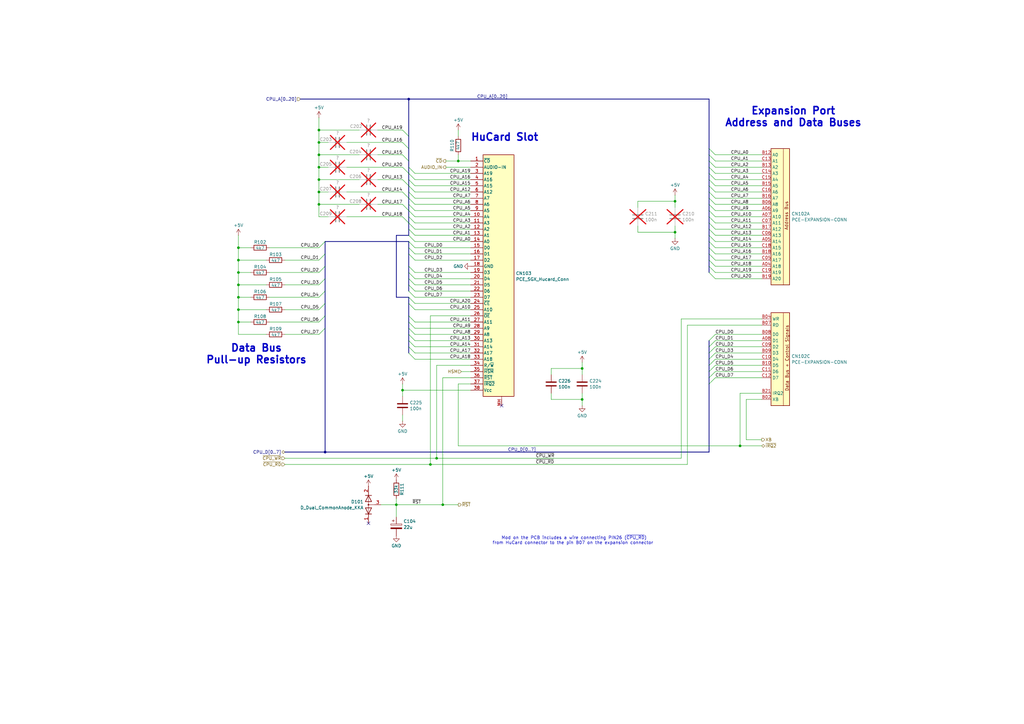
<source format=kicad_sch>
(kicad_sch (version 20231120) (generator "eeschema") (generator_version "8.0")
  (paper "A3")
  (title_block (title "PC-Engine SuperGrafx Schematics") (date "2024-04-18") (rev "0.1") (company "Author: Regis Galland") (comment 1 "Reversed Engineered Schematics from actual PCB"))
  (lib_symbols
    (symbol "Device:C" (pin_numbers hide) (pin_names (offset 0.254))
      (property "Reference" "C" (at 0.635 2.54 0))
      (property "Value" "C" (at 0.635 -2.54 0))
      (symbol "C_0_1"
        (polyline (pts (xy -2.032 -0.762) (xy 2.032 -0.762)) (stroke (width 0.508)))
        (polyline (pts (xy -2.032 0.762) (xy 2.032 0.762)) (stroke (width 0.508)))
      )
      (symbol "C_1_1"
        (pin passive line (at 0 3.81 270) (length 2.794) (name "~") (number "1"))
        (pin passive line (at 0 -3.81 90) (length 2.794) (name "~") (number "2"))
      )
    )
    (symbol "Device:C_Polarized" (pin_numbers hide) (pin_names (offset 0.254))
      (property "Reference" "C" (at 0.635 2.54 0))
      (property "Value" "C_Polarized" (at 0.635 -2.54 0))
      (symbol "C_Polarized_0_1"
        (rectangle (start -2.286 0.508) (end 2.286 1.016))
        (polyline (pts (xy -1.778 2.286) (xy -0.762 2.286)))
        (polyline (pts (xy -1.27 2.794) (xy -1.27 1.778)))
        (rectangle (start 2.286 -0.508) (end -2.286 -1.016) (fill (type outline)))
      )
      (symbol "C_Polarized_1_1"
        (pin passive line (at 0 3.81 270) (length 2.794) (name "~") (number "1"))
        (pin passive line (at 0 -3.81 90) (length 2.794) (name "~") (number "2"))
      )
    )
    (symbol "Device:D_Dual_CommonAnode_KKA" (pin_names (offset 0.762) hide)
      (property "Reference" "D" (at 1.27 -2.54 0))
      (property "Value" "D_Dual_CommonAnode_KKA" (at 0 2.54 0))
      (symbol "D_Dual_CommonAnode_KKA_0_1"
        (polyline (pts (xy -3.81 0) (xy 3.81 0)))
        (polyline (pts (xy 0 0) (xy 0 -2.54)))
        (polyline (pts (xy -3.81 1.27) (xy -3.81 -1.27) (xy -3.81 -1.27)) (stroke (width 0.254)))
        (polyline (pts (xy 3.81 1.27) (xy 3.81 -1.27) (xy 3.81 -1.27)) (stroke (width 0.254)))
        (polyline (pts (xy -1.27 -1.27) (xy -3.81 0) (xy -1.27 1.27) (xy -1.27 -1.27) (xy -1.27 -1.27) (xy -1.27 -1.27)) (stroke (width 0.254)))
        (polyline (pts (xy 1.27 1.27) (xy 3.81 0) (xy 1.27 -1.27) (xy 1.27 1.27) (xy 1.27 1.27) (xy 1.27 1.27)) (stroke (width 0.254)))
        (circle (center 0 0) (radius 0.254) (fill (type outline)))
        (pin passive line (at -7.62 0 0) (length 3.81) (name "K") (number "1"))
        (pin passive line (at 7.62 0 180) (length 3.81) (name "K") (number "2"))
        (pin passive line (at 0 -5.08 90) (length 2.54) (name "A") (number "3"))
      )
    )
    (symbol "Device:R" (pin_numbers hide) (pin_names (offset 0))
      (property "Reference" "R" (at 2.032 0 90))
      (property "Value" "R" (at 0 0 90))
      (symbol "R_0_1"
        (rectangle (start -1.016 -2.54) (end 1.016 2.54) (stroke (width 0.254)))
      )
      (symbol "R_1_1"
        (pin passive line (at 0 3.81 270) (length 1.27) (name "~") (number "1"))
        (pin passive line (at 0 -3.81 90) (length 1.27) (name "~") (number "2"))
      )
    )
    (symbol "SuperGrafx:PCE-EXPANSION-CONN"
      (property "Reference" "SPC-E1" (at 12.192 -24.1878 0))
      (property "Value" "PCE-EXPANSION-CONN" (at 12.192 -26.6121 0))
      (symbol "PCE-EXPANSION-CONN_1_0"
        (polyline (pts (xy 8.89 2.54) (xy 8.89 -53.34)) (stroke (width 0.1524)))
      )
      (symbol "PCE-EXPANSION-CONN_1_1"
        (rectangle (start 3.81 2.54) (end 11.43 -53.34) (stroke (width 0.254)) (fill (type background)))
        (text "Address Bus" (at 10.16 -24.892 900) (effects (font (size 1.27 1.27))))
        (pin passive line (at 0 -45.72 0) (length 3.81) (name "A18") (number "A04"))
        (pin passive line (at 0 -35.56 0) (length 3.81) (name "A14") (number "A05"))
        (pin passive line (at 0 -22.86 0) (length 3.81) (name "A9") (number "A06"))
        (pin passive line (at 0 -25.4 0) (length 3.81) (name "A10") (number "A07"))
        (pin passive line (at 0 -20.32 0) (length 3.81) (name "A8") (number "B06"))
        (pin passive line (at 0 0 0) (length 3.81) (name "A0") (number "B12"))
        (pin passive line (at 0 -5.08 0) (length 3.81) (name "A2") (number "B13"))
        (pin passive line (at 0 -12.7 0) (length 3.81) (name "A5") (number "B15"))
        (pin passive line (at 0 -17.78 0) (length 3.81) (name "A7") (number "B16"))
        (pin passive line (at 0 -30.48 0) (length 3.81) (name "A12") (number "B17"))
        (pin passive line (at 0 -40.64 0) (length 3.81) (name "A16") (number "B18"))
        (pin passive line (at 0 -50.8 0) (length 3.81) (name "A20") (number "B19"))
        (pin passive line (at 0 -43.18 0) (length 3.81) (name "A17") (number "C05"))
        (pin passive line (at 0 -33.02 0) (length 3.81) (name "A13") (number "C06"))
        (pin passive line (at 0 -27.94 0) (length 3.81) (name "A11") (number "C07"))
        (pin passive line (at 0 -2.54 0) (length 3.81) (name "A1") (number "C13"))
        (pin passive line (at 0 -7.62 0) (length 3.81) (name "A3") (number "C14"))
        (pin passive line (at 0 -10.16 0) (length 3.81) (name "A4") (number "C15"))
        (pin passive line (at 0 -15.24 0) (length 3.81) (name "A6") (number "C16"))
        (pin passive line (at 0 -38.1 0) (length 3.81) (name "A15") (number "C18"))
        (pin passive line (at 0 -48.26 0) (length 3.81) (name "A19") (number "C19"))
      )
      (symbol "PCE-EXPANSION-CONN_2_1"
        (rectangle (start 3.81 2.54) (end 10.795 -10.16) (stroke (width 0.254)) (fill (type background)))
        (pin passive line (at 0 0 0) (length 3.81) (name "SNDL") (number "A01"))
        (pin passive line (at 0 -7.62 0) (length 3.81) (name "VID") (number "A23"))
        (pin passive line (at 0 -2.54 0) (length 3.81) (name "SNDIN") (number "B01"))
        (pin passive line (at 0 -5.08 0) (length 3.81) (name "SNDR") (number "C01"))
      )
      (symbol "PCE-EXPANSION-CONN_3_0"
        (polyline (pts (xy 8.89 2.54) (xy 8.89 -35.56) (xy 8.89 -35.56)) (stroke (width 0.1524)))
        (text "Data Bus + Control Signals" (at 10.414 -16.002 900) (effects (font (size 1.27 1.27))))
      )
      (symbol "PCE-EXPANSION-CONN_3_1"
        (rectangle (start 3.81 2.54) (end 11.43 -35.56) (stroke (width 0.254)) (fill (type background)))
        (pin passive line (at 0 -8.89 0) (length 3.81) (name "D1") (number "A08"))
        (pin passive line (at 0 -33.02 0) (length 3.81) (name "XB") (number "B02"))
        (pin passive line (at 0 0 0) (length 3.81) (name "WR") (number "B04"))
        (pin passive line (at 0 -2.54 0) (length 3.81) (name "RD") (number "B07"))
        (pin passive line (at 0 -6.35 0) (length 3.81) (name "D0") (number "B08"))
        (pin passive line (at 0 -13.97 0) (length 3.81) (name "D3") (number "B09"))
        (pin passive line (at 0 -19.05 0) (length 3.81) (name "D5") (number "B10"))
        (pin passive line (at 0 -30.48 0) (length 3.81) (name "IRQ2") (number "B21"))
        (pin passive line (at 0 -11.43 0) (length 3.81) (name "D2") (number "C09"))
        (pin passive line (at 0 -16.51 0) (length 3.81) (name "D4") (number "C10"))
        (pin passive line (at 0 -21.59 0) (length 3.81) (name "D6") (number "C11"))
        (pin passive line (at 0 -24.13 0) (length 3.81) (name "D7") (number "C12"))
      )
      (symbol "PCE-EXPANSION-CONN_4_0"
        (text "Power" (at 14.605 0 0) (effects (font (size 1.27 1.27))))
      )
      (symbol "PCE-EXPANSION-CONN_4_1"
        (rectangle (start 3.81 2.54) (end 26.67 -10.16) (stroke (width 0.254)) (fill (type background)))
        (pin passive line (at 30.48 -2.54 180) (length 3.81) (name "VOUT") (number "A02"))
        (pin passive line (at 0 0 0) (length 3.81) (name "VIN") (number "A11"))
        (pin passive line (at 0 -2.54 0) (length 3.81) (name "VIN") (number "A14"))
        (pin passive line (at 6.35 -13.97 90) (length 3.81) (name "GNDA") (number "A21"))
        (pin passive line (at 8.89 -13.97 90) (length 3.81) (name "GNDA") (number "C02"))
        (pin passive line (at 13.97 -13.97 90) (length 3.81) (name "GNDD") (number "C08"))
        (pin passive line (at 16.51 -13.97 90) (length 3.81) (name "GNDD") (number "C17"))
        (pin passive line (at 19.05 -13.97 90) (length 3.81) (name "GNDD") (number "C20"))
        (pin passive line (at 30.48 0 180) (length 3.81) (name "VOUT") (number "C21"))
      )
      (symbol "PCE-EXPANSION-CONN_5_0"
        (polyline (pts (xy 11.43 2.54) (xy 11.43 -67.945)) (stroke (width 0.1524)))
      )
      (symbol "PCE-EXPANSION-CONN_5_1"
        (rectangle (start 3.81 2.54) (end 13.97 -67.945) (stroke (width 0.254)) (fill (type background)))
        (text "Unused Conenctions" (at 12.7 -32.385 900) (effects (font (size 1.27 1.27))))
        (pin passive line (at 0 0 0) (length 3.81) (name "CESEL") (number "A03"))
        (pin passive line (at 0 -25.4 0) (length 3.81) (name "DCK") (number "A09"))
        (pin passive line (at 0 -27.94 0) (length 3.81) (name "VSYNC") (number "A10"))
        (pin passive line (at 0 -2.54 0) (length 3.81) (name "SPBG") (number "A12"))
        (pin passive line (at 0 -5.08 0) (length 3.81) (name "VD7") (number "A13"))
        (pin passive line (at 0 -10.16 0) (length 3.81) (name "VD5") (number "A15"))
        (pin passive line (at 0 -12.7 0) (length 3.81) (name "VD4") (number "A16"))
        (pin passive line (at 0 -15.24 0) (length 3.81) (name "VD3") (number "A17"))
        (pin passive line (at 0 -17.78 0) (length 3.81) (name "VD2") (number "A18"))
        (pin passive line (at 0 -20.32 0) (length 3.81) (name "VD1") (number "A19"))
        (pin passive line (at 0 -22.86 0) (length 3.81) (name "VD0") (number "A20"))
        (pin passive line (at 0 -50.8 0) (length 3.81) (name "VIDEOR") (number "A22"))
        (pin passive line (at 0 -58.42 0) (length 3.81) (name "HSM") (number "B03"))
        (pin passive line (at 0 -60.96 0) (length 3.81) (name "XNMI") (number "B05"))
        (pin passive line (at 0 -30.48 0) (length 3.81) (name "HSYNC") (number "B11"))
        (pin passive line (at 0 -7.62 0) (length 3.81) (name "VD6") (number "B14"))
        (pin passive line (at 0 -35.56 0) (length 3.81) (name "RDY") (number "B20"))
        (pin passive line (at 0 -63.5 0) (length 3.81) (name "XRESET") (number "B22"))
        (pin passive line (at 0 -45.72 0) (length 3.81) (name "VIDEOG") (number "B23"))
        (pin passive line (at 0 -66.04 0) (length 3.81) (name "XCARD") (number "C03"))
        (pin passive line (at 0 -33.02 0) (length 3.81) (name "XCEK") (number "C04"))
        (pin passive line (at 0 -43.18 0) (length 3.81) (name "SYNCV") (number "C22"))
        (pin passive line (at 0 -48.26 0) (length 3.81) (name "VIDEOB") (number "C23"))
      )
    )
    (symbol "SuperGrafx:PCE_SGX_Hucard_Conn" (pin_names (offset 0.254))
      (property "Reference" "J1" (at 13.462 -48.6099 0))
      (property "Value" "PCE_SGX_Hucard_Conn" (at 13.462 -51.0342 0))
      (symbol "PCE_SGX_Hucard_Conn_0_1"
        (polyline (pts (xy 7.62 -100.33) (xy 7.62 -99.06)) (stroke (width 0.1524)))
        (rectangle (start 0 0) (end 12.7 -99.06) (stroke (width 0.254)) (fill (type background)))
      )
      (symbol "PCE_SGX_Hucard_Conn_1_1"
        (pin output line (at -5.08 -2.54 0) (length 5.08) (name "~{CD}") (number "1"))
        (pin input line (at -5.08 -25.4 0) (length 5.08) (name "A4") (number "10"))
        (pin input line (at -5.08 -27.94 0) (length 5.08) (name "A3") (number "11"))
        (pin input line (at -5.08 -30.48 0) (length 5.08) (name "A2") (number "12"))
        (pin input line (at -5.08 -33.02 0) (length 5.08) (name "A1") (number "13"))
        (pin input line (at -5.08 -35.56 0) (length 5.08) (name "A0") (number "14"))
        (pin input line (at -5.08 -38.1 0) (length 5.08) (name "D0") (number "15"))
        (pin input line (at -5.08 -40.64 0) (length 5.08) (name "D1") (number "16"))
        (pin input line (at -5.08 -43.18 0) (length 5.08) (name "D2") (number "17"))
        (pin power_in line (at -5.08 -45.72 0) (length 5.08) (name "GND") (number "18"))
        (pin input line (at -5.08 -48.26 0) (length 5.08) (name "D3") (number "19"))
        (pin output line (at -5.08 -5.08 0) (length 5.08) (name "AUDIO-IN") (number "2"))
        (pin input line (at -5.08 -50.8 0) (length 5.08) (name "D4") (number "20"))
        (pin input line (at -5.08 -53.34 0) (length 5.08) (name "D5") (number "21"))
        (pin input line (at -5.08 -55.88 0) (length 5.08) (name "D6") (number "22"))
        (pin input line (at -5.08 -58.42 0) (length 5.08) (name "D7") (number "23"))
        (pin input line (at -5.08 -60.96 0) (length 5.08) (name "~{CE}") (number "24"))
        (pin input line (at -5.08 -63.5 0) (length 5.08) (name "A10") (number "25"))
        (pin input line (at -5.08 -66.04 0) (length 5.08) (name "~{OE}") (number "26"))
        (pin input line (at -5.08 -68.58 0) (length 5.08) (name "A11") (number "27"))
        (pin input line (at -5.08 -71.12 0) (length 5.08) (name "A9") (number "28"))
        (pin input line (at -5.08 -73.66 0) (length 5.08) (name "A8") (number "29"))
        (pin input line (at -5.08 -7.62 0) (length 5.08) (name "A19") (number "3"))
        (pin input line (at -5.08 -76.2 0) (length 5.08) (name "A13") (number "30"))
        (pin input line (at -5.08 -78.74 0) (length 5.08) (name "A14") (number "31"))
        (pin input line (at -5.08 -81.28 0) (length 5.08) (name "A17") (number "32"))
        (pin input line (at -5.08 -83.82 0) (length 5.08) (name "A18") (number "33"))
        (pin input line (at -5.08 -86.36 0) (length 5.08) (name "R/~{W}") (number "34"))
        (pin input line (at -5.08 -88.9 0) (length 5.08) (name "~{HSM}") (number "35"))
        (pin input line (at -5.08 -91.44 0) (length 5.08) (name "~{RST}") (number "36"))
        (pin output line (at -5.08 -93.98 0) (length 5.08) (name "~{IRQ2}") (number "37"))
        (pin input line (at -5.08 -96.52 0) (length 5.08) (name "Vcc") (number "38"))
        (pin input line (at -5.08 -10.16 0) (length 5.08) (name "A16") (number "4"))
        (pin input line (at -5.08 -12.7 0) (length 5.08) (name "A15") (number "5"))
        (pin input line (at -5.08 -15.24 0) (length 5.08) (name "A12") (number "6"))
        (pin input line (at -5.08 -17.78 0) (length 5.08) (name "A7") (number "7"))
        (pin input line (at -5.08 -20.32 0) (length 5.08) (name "A6") (number "8"))
        (pin input line (at -5.08 -22.86 0) (length 5.08) (name "A5") (number "9"))
        (pin passive line (at 7.62 -102.87 90) (length 2.54) (name "~") (number "MH"))
      )
    )
    (symbol "power:+5V" (power) (pin_numbers hide) (pin_names (offset 0) hide)
      (property "Value" "+5V" (at 0 3.556 0))
      (symbol "+5V_0_1"
        (polyline (pts (xy -0.762 1.27) (xy 0 2.54)))
        (polyline (pts (xy 0 0) (xy 0 2.54)))
        (polyline (pts (xy 0 2.54) (xy 0.762 1.27)))
      )
      (symbol "+5V_1_1"
        (pin power_in line (at 0 0 90) (length 0) (name "~") (number "1"))
      )
    )
    (symbol "power:GND" (power) (pin_numbers hide) (pin_names (offset 0) hide)
      (property "Value" "GND" (at 0 -3.81 0))
      (symbol "GND_0_1"
        (polyline (pts (xy 0 0) (xy 0 -1.27) (xy 1.27 -1.27) (xy 0 -2.54) (xy -1.27 -1.27) (xy 0 -1.27)))
      )
      (symbol "GND_1_1"
        (pin power_in line (at 0 0 270) (length 0) (name "~") (number "1"))
      )
    )
  )
  (junction (at 130.81 73.66))
  (junction (at 238.76 163.83))
  (junction (at 97.79 111.76))
  (junction (at 276.86 95.25))
  (junction (at 167.64 40.64))
  (junction (at 97.79 116.84))
  (junction (at 97.79 101.6))
  (junction (at 162.56 207.01))
  (junction (at 176.53 190.5))
  (junction (at 179.07 187.96))
  (junction (at 130.81 58.42))
  (junction (at 97.79 132.08))
  (junction (at 187.96 66.04))
  (junction (at 133.35 185.42))
  (junction (at 130.81 83.82))
  (junction (at 97.79 127))
  (junction (at 165.1 160.02))
  (junction (at 130.81 53.34))
  (junction (at 97.79 121.92))
  (junction (at 97.79 106.68))
  (junction (at 130.81 68.58))
  (junction (at 276.86 82.55))
  (junction (at 303.53 182.88))
  (junction (at 130.81 78.74))
  (junction (at 238.76 151.13))
  (junction (at 130.81 63.5))
  (junction (at 181.61 207.01))
  (no_connect (at 151.13 214.63))
  (no_connect (at 205.74 166.37))
  (bus_entry (at 165.1 73.66) (size 2.54 2.54))
  (bus_entry (at 293.37 99.06) (size -2.54 -2.54))
  (bus_entry (at 293.37 154.94) (size -2.54 2.54))
  (bus_entry (at 293.37 137.16) (size -2.54 2.54))
  (bus_entry (at 170.18 116.84) (size -2.54 -2.54))
  (bus_entry (at 170.18 139.7) (size -2.54 -2.54))
  (bus_entry (at 293.37 106.68) (size -2.54 -2.54))
  (bus_entry (at 170.18 78.74) (size -2.54 -2.54))
  (bus_entry (at 170.18 81.28) (size -2.54 -2.54))
  (bus_entry (at 170.18 96.52) (size -2.54 -2.54))
  (bus_entry (at 293.37 139.7) (size -2.54 2.54))
  (bus_entry (at 293.37 104.14) (size -2.54 -2.54))
  (bus_entry (at 130.81 116.84) (size 2.54 -2.54))
  (bus_entry (at 293.37 152.4) (size -2.54 2.54))
  (bus_entry (at 170.18 137.16) (size -2.54 -2.54))
  (bus_entry (at 170.18 124.46) (size -2.54 -2.54))
  (bus_entry (at 165.1 68.58) (size 2.54 2.54))
  (bus_entry (at 170.18 127) (size -2.54 -2.54))
  (bus_entry (at 170.18 144.78) (size -2.54 -2.54))
  (bus_entry (at 293.37 63.5) (size -2.54 -2.54))
  (bus_entry (at 130.81 121.92) (size 2.54 -2.54))
  (bus_entry (at 293.37 78.74) (size -2.54 -2.54))
  (bus_entry (at 165.1 58.42) (size 2.54 2.54))
  (bus_entry (at 165.1 63.5) (size 2.54 2.54))
  (bus_entry (at 170.18 111.76) (size -2.54 -2.54))
  (bus_entry (at 293.37 111.76) (size -2.54 -2.54))
  (bus_entry (at 293.37 96.52) (size -2.54 -2.54))
  (bus_entry (at 130.81 106.68) (size 2.54 -2.54))
  (bus_entry (at 170.18 132.08) (size -2.54 -2.54))
  (bus_entry (at 293.37 101.6) (size -2.54 -2.54))
  (bus_entry (at 170.18 106.68) (size -2.54 -2.54))
  (bus_entry (at 130.81 111.76) (size 2.54 -2.54))
  (bus_entry (at 165.1 88.9) (size 2.54 2.54))
  (bus_entry (at 293.37 81.28) (size -2.54 -2.54))
  (bus_entry (at 293.37 149.86) (size -2.54 2.54))
  (bus_entry (at 293.37 144.78) (size -2.54 2.54))
  (bus_entry (at 170.18 86.36) (size -2.54 -2.54))
  (bus_entry (at 293.37 86.36) (size -2.54 -2.54))
  (bus_entry (at 293.37 93.98) (size -2.54 -2.54))
  (bus_entry (at 170.18 114.3) (size -2.54 -2.54))
  (bus_entry (at 170.18 71.12) (size -2.54 -2.54))
  (bus_entry (at 293.37 73.66) (size -2.54 -2.54))
  (bus_entry (at 130.81 127) (size 2.54 -2.54))
  (bus_entry (at 170.18 83.82) (size -2.54 -2.54))
  (bus_entry (at 170.18 99.06) (size -2.54 -2.54))
  (bus_entry (at 170.18 101.6) (size -2.54 -2.54))
  (bus_entry (at 165.1 78.74) (size 2.54 2.54))
  (bus_entry (at 293.37 66.04) (size -2.54 -2.54))
  (bus_entry (at 170.18 142.24) (size -2.54 -2.54))
  (bus_entry (at 293.37 109.22) (size -2.54 -2.54))
  (bus_entry (at 170.18 121.92) (size -2.54 -2.54))
  (bus_entry (at 130.81 132.08) (size 2.54 -2.54))
  (bus_entry (at 170.18 104.14) (size -2.54 -2.54))
  (bus_entry (at 170.18 147.32) (size -2.54 -2.54))
  (bus_entry (at 165.1 83.82) (size 2.54 2.54))
  (bus_entry (at 293.37 142.24) (size -2.54 2.54))
  (bus_entry (at 170.18 93.98) (size -2.54 -2.54))
  (bus_entry (at 170.18 119.38) (size -2.54 -2.54))
  (bus_entry (at 170.18 76.2) (size -2.54 -2.54))
  (bus_entry (at 170.18 88.9) (size -2.54 -2.54))
  (bus_entry (at 170.18 91.44) (size -2.54 -2.54))
  (bus_entry (at 293.37 83.82) (size -2.54 -2.54))
  (bus_entry (at 293.37 147.32) (size -2.54 2.54))
  (bus_entry (at 293.37 68.58) (size -2.54 -2.54))
  (bus_entry (at 293.37 76.2) (size -2.54 -2.54))
  (bus_entry (at 130.81 101.6) (size 2.54 -2.54))
  (bus_entry (at 293.37 114.3) (size -2.54 -2.54))
  (bus_entry (at 170.18 73.66) (size -2.54 -2.54))
  (bus_entry (at 293.37 88.9) (size -2.54 -2.54))
  (bus_entry (at 293.37 71.12) (size -2.54 -2.54))
  (bus_entry (at 130.81 137.16) (size 2.54 -2.54))
  (bus_entry (at 170.18 134.62) (size -2.54 -2.54))
  (bus_entry (at 165.1 53.34) (size 2.54 2.54))
  (bus_entry (at 293.37 91.44) (size -2.54 -2.54))
  (wire (pts (xy 170.18 134.62) (xy 193.04 134.62)))
  (wire (pts (xy 193.04 111.76) (xy 170.18 111.76)))
  (wire (pts (xy 170.18 144.78) (xy 193.04 144.78)))
  (wire (pts (xy 170.18 83.82) (xy 193.04 83.82)))
  (bus (pts (xy 167.64 71.12) (xy 167.64 73.66)))
  (bus (pts (xy 167.64 124.46) (xy 167.64 129.54)))
  (wire (pts (xy 170.18 73.66) (xy 193.04 73.66)))
  (wire (pts (xy 170.18 142.24) (xy 193.04 142.24)))
  (bus (pts (xy 290.83 144.78) (xy 290.83 142.24)))
  (wire (pts (xy 97.79 127) (xy 97.79 132.08)))
  (wire (pts (xy 134.62 58.42) (xy 130.81 58.42)))
  (wire (pts (xy 130.81 48.26) (xy 130.81 53.34)))
  (wire (pts (xy 170.18 147.32) (xy 193.04 147.32)))
  (bus (pts (xy 290.83 109.22) (xy 290.83 106.68)))
  (wire (pts (xy 303.53 182.88) (xy 187.96 182.88)))
  (wire (pts (xy 116.84 137.16) (xy 130.81 137.16)))
  (bus (pts (xy 167.64 104.14) (xy 167.64 109.22)))
  (wire (pts (xy 154.94 73.66) (xy 165.1 73.66)))
  (wire (pts (xy 312.42 163.83) (xy 306.07 163.83)))
  (wire (pts (xy 303.53 161.29) (xy 312.42 161.29)))
  (wire (pts (xy 182.88 68.58) (xy 193.04 68.58)))
  (bus (pts (xy 116.84 185.42) (xy 133.35 185.42)))
  (wire (pts (xy 238.76 163.83) (xy 238.76 166.37)))
  (wire (pts (xy 238.76 151.13) (xy 238.76 153.67)))
  (wire (pts (xy 293.37 99.06) (xy 312.42 99.06)))
  (bus (pts (xy 167.64 88.9) (xy 167.64 91.44)))
  (wire (pts (xy 170.18 99.06) (xy 193.04 99.06)))
  (wire (pts (xy 193.04 157.48) (xy 187.96 157.48)))
  (wire (pts (xy 176.53 129.54) (xy 176.53 190.5)))
  (bus (pts (xy 290.83 86.36) (xy 290.83 83.82)))
  (wire (pts (xy 312.42 137.16) (xy 293.37 137.16)))
  (wire (pts (xy 102.87 132.08) (xy 97.79 132.08)))
  (bus (pts (xy 133.35 185.42) (xy 290.83 185.42)))
  (wire (pts (xy 312.42 154.94) (xy 293.37 154.94)))
  (bus (pts (xy 167.64 142.24) (xy 167.64 139.7)))
  (wire (pts (xy 102.87 101.6) (xy 97.79 101.6)))
  (bus (pts (xy 290.83 83.82) (xy 290.83 81.28)))
  (bus (pts (xy 167.64 60.96) (xy 167.64 66.04)))
  (bus (pts (xy 290.83 185.42) (xy 290.83 157.48)))
  (wire (pts (xy 170.18 78.74) (xy 193.04 78.74)))
  (wire (pts (xy 293.37 111.76) (xy 312.42 111.76)))
  (wire (pts (xy 226.06 151.13) (xy 238.76 151.13)))
  (wire (pts (xy 276.86 95.25) (xy 276.86 97.79)))
  (bus (pts (xy 167.64 78.74) (xy 167.64 81.28)))
  (wire (pts (xy 97.79 137.16) (xy 97.79 132.08)))
  (wire (pts (xy 165.1 160.02) (xy 165.1 162.56)))
  (bus (pts (xy 290.83 99.06) (xy 290.83 96.52)))
  (bus (pts (xy 133.35 104.14) (xy 133.35 99.06)))
  (bus (pts (xy 162.56 96.52) (xy 162.56 121.92)))
  (wire (pts (xy 261.62 85.09) (xy 261.62 82.55)))
  (bus (pts (xy 167.64 91.44) (xy 167.64 93.98)))
  (wire (pts (xy 176.53 190.5) (xy 281.94 190.5)))
  (wire (pts (xy 170.18 137.16) (xy 193.04 137.16)))
  (bus (pts (xy 290.83 106.68) (xy 290.83 104.14)))
  (wire (pts (xy 130.81 53.34) (xy 130.81 58.42)))
  (wire (pts (xy 181.61 154.94) (xy 193.04 154.94)))
  (wire (pts (xy 293.37 96.52) (xy 312.42 96.52)))
  (wire (pts (xy 226.06 151.13) (xy 226.06 153.67)))
  (bus (pts (xy 133.35 129.54) (xy 133.35 124.46)))
  (bus (pts (xy 133.35 114.3) (xy 133.35 109.22)))
  (wire (pts (xy 170.18 127) (xy 193.04 127)))
  (wire (pts (xy 293.37 76.2) (xy 312.42 76.2)))
  (wire (pts (xy 170.18 93.98) (xy 193.04 93.98)))
  (wire (pts (xy 130.81 73.66) (xy 130.81 78.74)))
  (wire (pts (xy 116.84 106.68) (xy 130.81 106.68)))
  (wire (pts (xy 170.18 71.12) (xy 193.04 71.12)))
  (wire (pts (xy 110.49 111.76) (xy 130.81 111.76)))
  (wire (pts (xy 306.07 163.83) (xy 306.07 180.34)))
  (bus (pts (xy 167.64 109.22) (xy 167.64 111.76)))
  (wire (pts (xy 226.06 163.83) (xy 238.76 163.83)))
  (wire (pts (xy 116.84 187.96) (xy 179.07 187.96)))
  (wire (pts (xy 97.79 116.84) (xy 97.79 121.92)))
  (wire (pts (xy 162.56 207.01) (xy 156.21 207.01)))
  (bus (pts (xy 290.83 142.24) (xy 290.83 139.7)))
  (wire (pts (xy 293.37 71.12) (xy 312.42 71.12)))
  (wire (pts (xy 134.62 68.58) (xy 130.81 68.58)))
  (wire (pts (xy 293.37 114.3) (xy 312.42 114.3)))
  (bus (pts (xy 290.83 96.52) (xy 290.83 93.98)))
  (wire (pts (xy 187.96 157.48) (xy 187.96 182.88)))
  (wire (pts (xy 238.76 161.29) (xy 238.76 163.83)))
  (wire (pts (xy 110.49 132.08) (xy 130.81 132.08)))
  (wire (pts (xy 306.07 180.34) (xy 312.42 180.34)))
  (bus (pts (xy 167.64 132.08) (xy 167.64 134.62)))
  (wire (pts (xy 279.4 130.81) (xy 312.42 130.81)))
  (wire (pts (xy 134.62 78.74) (xy 130.81 78.74)))
  (wire (pts (xy 170.18 96.52) (xy 193.04 96.52)))
  (wire (pts (xy 147.32 73.66) (xy 130.81 73.66)))
  (wire (pts (xy 293.37 86.36) (xy 312.42 86.36)))
  (wire (pts (xy 170.18 86.36) (xy 193.04 86.36)))
  (bus (pts (xy 290.83 66.04) (xy 290.83 63.5)))
  (bus (pts (xy 167.64 81.28) (xy 167.64 83.82)))
  (bus (pts (xy 167.64 68.58) (xy 167.64 71.12)))
  (wire (pts (xy 193.04 101.6) (xy 170.18 101.6)))
  (bus (pts (xy 167.64 129.54) (xy 167.64 132.08)))
  (bus (pts (xy 290.83 93.98) (xy 290.83 91.44)))
  (bus (pts (xy 290.83 73.66) (xy 290.83 71.12)))
  (wire (pts (xy 134.62 88.9) (xy 130.81 88.9)))
  (wire (pts (xy 109.22 106.68) (xy 97.79 106.68)))
  (wire (pts (xy 110.49 121.92) (xy 130.81 121.92)))
  (wire (pts (xy 293.37 101.6) (xy 312.42 101.6)))
  (wire (pts (xy 261.62 82.55) (xy 276.86 82.55)))
  (wire (pts (xy 312.42 144.78) (xy 293.37 144.78)))
  (wire (pts (xy 147.32 83.82) (xy 130.81 83.82)))
  (wire (pts (xy 179.07 149.86) (xy 179.07 187.96)))
  (bus (pts (xy 290.83 154.94) (xy 290.83 157.48)))
  (wire (pts (xy 303.53 182.88) (xy 303.53 161.29)))
  (bus (pts (xy 167.64 83.82) (xy 167.64 86.36)))
  (wire (pts (xy 109.22 137.16) (xy 97.79 137.16)))
  (wire (pts (xy 142.24 68.58) (xy 165.1 68.58)))
  (wire (pts (xy 293.37 109.22) (xy 312.42 109.22)))
  (wire (pts (xy 179.07 187.96) (xy 279.4 187.96)))
  (wire (pts (xy 293.37 104.14) (xy 312.42 104.14)))
  (wire (pts (xy 162.56 207.01) (xy 162.56 212.09)))
  (wire (pts (xy 293.37 73.66) (xy 312.42 73.66)))
  (wire (pts (xy 293.37 63.5) (xy 312.42 63.5)))
  (wire (pts (xy 312.42 149.86) (xy 293.37 149.86)))
  (bus (pts (xy 290.83 71.12) (xy 290.83 68.58)))
  (bus (pts (xy 167.64 99.06) (xy 167.64 101.6)))
  (bus (pts (xy 133.35 134.62) (xy 133.35 185.42)))
  (wire (pts (xy 181.61 207.01) (xy 181.61 154.94)))
  (wire (pts (xy 293.37 78.74) (xy 312.42 78.74)))
  (wire (pts (xy 170.18 76.2) (xy 193.04 76.2)))
  (wire (pts (xy 312.42 152.4) (xy 293.37 152.4)))
  (bus (pts (xy 290.83 91.44) (xy 290.83 88.9)))
  (wire (pts (xy 142.24 88.9) (xy 165.1 88.9)))
  (wire (pts (xy 279.4 187.96) (xy 279.4 130.81)))
  (wire (pts (xy 193.04 66.04) (xy 187.96 66.04)))
  (wire (pts (xy 110.49 101.6) (xy 130.81 101.6)))
  (wire (pts (xy 170.18 106.68) (xy 193.04 106.68)))
  (wire (pts (xy 130.81 68.58) (xy 130.81 73.66)))
  (bus (pts (xy 167.64 73.66) (xy 167.64 76.2)))
  (wire (pts (xy 312.42 142.24) (xy 293.37 142.24)))
  (bus (pts (xy 167.64 139.7) (xy 167.64 137.16)))
  (wire (pts (xy 162.56 207.01) (xy 162.56 204.47)))
  (wire (pts (xy 276.86 92.71) (xy 276.86 95.25)))
  (wire (pts (xy 97.79 106.68) (xy 97.79 101.6)))
  (bus (pts (xy 133.35 134.62) (xy 133.35 129.54)))
  (wire (pts (xy 226.06 161.29) (xy 226.06 163.83)))
  (wire (pts (xy 187.96 53.34) (xy 187.96 55.88)))
  (wire (pts (xy 170.18 139.7) (xy 193.04 139.7)))
  (wire (pts (xy 165.1 170.18) (xy 165.1 172.72)))
  (wire (pts (xy 312.42 133.35) (xy 281.94 133.35)))
  (wire (pts (xy 189.23 152.4) (xy 193.04 152.4)))
  (wire (pts (xy 281.94 133.35) (xy 281.94 190.5)))
  (bus (pts (xy 290.83 40.64) (xy 290.83 60.96)))
  (bus (pts (xy 290.83 101.6) (xy 290.83 99.06)))
  (wire (pts (xy 97.79 106.68) (xy 97.79 111.76)))
  (wire (pts (xy 276.86 80.01) (xy 276.86 82.55)))
  (bus (pts (xy 133.35 119.38) (xy 133.35 114.3)))
  (wire (pts (xy 142.24 78.74) (xy 165.1 78.74)))
  (bus (pts (xy 290.83 149.86) (xy 290.83 147.32)))
  (bus (pts (xy 167.64 55.88) (xy 167.64 60.96)))
  (wire (pts (xy 293.37 91.44) (xy 312.42 91.44)))
  (bus (pts (xy 167.64 40.64) (xy 167.64 55.88)))
  (wire (pts (xy 312.42 147.32) (xy 293.37 147.32)))
  (bus (pts (xy 167.64 121.92) (xy 167.64 124.46)))
  (wire (pts (xy 154.94 83.82) (xy 165.1 83.82)))
  (wire (pts (xy 293.37 68.58) (xy 312.42 68.58)))
  (wire (pts (xy 238.76 148.59) (xy 238.76 151.13)))
  (wire (pts (xy 97.79 96.52) (xy 97.79 101.6)))
  (bus (pts (xy 167.64 144.78) (xy 167.64 142.24)))
  (wire (pts (xy 170.18 124.46) (xy 193.04 124.46)))
  (bus (pts (xy 167.64 114.3) (xy 167.64 111.76)))
  (bus (pts (xy 167.64 104.14) (xy 167.64 101.6)))
  (wire (pts (xy 293.37 93.98) (xy 312.42 93.98)))
  (wire (pts (xy 170.18 104.14) (xy 193.04 104.14)))
  (wire (pts (xy 181.61 207.01) (xy 187.96 207.01)))
  (wire (pts (xy 261.62 92.71) (xy 261.62 95.25)))
  (bus (pts (xy 290.83 111.76) (xy 290.83 109.22)))
  (wire (pts (xy 187.96 66.04) (xy 187.96 63.5)))
  (wire (pts (xy 165.1 160.02) (xy 165.1 157.48)))
  (bus (pts (xy 123.19 40.64) (xy 167.64 40.64)))
  (wire (pts (xy 170.18 88.9) (xy 193.04 88.9)))
  (wire (pts (xy 176.53 129.54) (xy 193.04 129.54)))
  (bus (pts (xy 167.64 119.38) (xy 167.64 116.84)))
  (wire (pts (xy 109.22 127) (xy 97.79 127)))
  (wire (pts (xy 193.04 114.3) (xy 170.18 114.3)))
  (bus (pts (xy 167.64 40.64) (xy 290.83 40.64)))
  (wire (pts (xy 170.18 121.92) (xy 193.04 121.92)))
  (bus (pts (xy 290.83 104.14) (xy 290.83 101.6)))
  (wire (pts (xy 293.37 66.04) (xy 312.42 66.04)))
  (bus (pts (xy 133.35 124.46) (xy 133.35 119.38)))
  (bus (pts (xy 290.83 76.2) (xy 290.83 73.66)))
  (wire (pts (xy 293.37 83.82) (xy 312.42 83.82)))
  (wire (pts (xy 293.37 88.9) (xy 312.42 88.9)))
  (wire (pts (xy 182.88 66.04) (xy 187.96 66.04)))
  (wire (pts (xy 154.94 63.5) (xy 165.1 63.5)))
  (bus (pts (xy 167.64 116.84) (xy 167.64 114.3)))
  (wire (pts (xy 276.86 82.55) (xy 276.86 85.09)))
  (bus (pts (xy 167.64 86.36) (xy 167.64 88.9)))
  (bus (pts (xy 290.83 86.36) (xy 290.83 88.9)))
  (wire (pts (xy 312.42 139.7) (xy 293.37 139.7)))
  (wire (pts (xy 193.04 116.84) (xy 170.18 116.84)))
  (wire (pts (xy 147.32 63.5) (xy 130.81 63.5)))
  (bus (pts (xy 290.83 60.96) (xy 290.83 63.5)))
  (bus (pts (xy 167.64 99.06) (xy 133.35 99.06)))
  (bus (pts (xy 167.64 76.2) (xy 167.64 78.74)))
  (wire (pts (xy 165.1 160.02) (xy 193.04 160.02)))
  (bus (pts (xy 290.83 147.32) (xy 290.83 144.78)))
  (wire (pts (xy 162.56 207.01) (xy 181.61 207.01)))
  (wire (pts (xy 293.37 81.28) (xy 312.42 81.28)))
  (wire (pts (xy 130.81 83.82) (xy 130.81 88.9)))
  (wire (pts (xy 293.37 106.68) (xy 312.42 106.68)))
  (wire (pts (xy 170.18 132.08) (xy 193.04 132.08)))
  (wire (pts (xy 102.87 111.76) (xy 97.79 111.76)))
  (wire (pts (xy 170.18 81.28) (xy 193.04 81.28)))
  (bus (pts (xy 290.83 152.4) (xy 290.83 154.94)))
  (wire (pts (xy 130.81 63.5) (xy 130.81 68.58)))
  (wire (pts (xy 142.24 58.42) (xy 165.1 58.42)))
  (bus (pts (xy 290.83 76.2) (xy 290.83 78.74)))
  (bus (pts (xy 162.56 96.52) (xy 167.64 96.52)))
  (wire (pts (xy 130.81 78.74) (xy 130.81 83.82)))
  (bus (pts (xy 290.83 66.04) (xy 290.83 68.58)))
  (bus (pts (xy 167.64 137.16) (xy 167.64 134.62)))
  (wire (pts (xy 193.04 119.38) (xy 170.18 119.38)))
  (wire (pts (xy 102.87 121.92) (xy 97.79 121.92)))
  (wire (pts (xy 165.1 53.34) (xy 154.94 53.34)))
  (wire (pts (xy 109.22 116.84) (xy 97.79 116.84)))
  (bus (pts (xy 167.64 93.98) (xy 167.64 96.52)))
  (bus (pts (xy 290.83 81.28) (xy 290.83 78.74)))
  (bus (pts (xy 133.35 109.22) (xy 133.35 104.14)))
  (wire (pts (xy 97.79 116.84) (xy 97.79 111.76)))
  (bus (pts (xy 167.64 66.04) (xy 167.64 68.58)))
  (bus (pts (xy 290.83 149.86) (xy 290.83 152.4)))
  (wire (pts (xy 130.81 58.42) (xy 130.81 63.5)))
  (wire (pts (xy 312.42 182.88) (xy 303.53 182.88)))
  (wire (pts (xy 116.84 116.84) (xy 130.81 116.84)))
  (wire (pts (xy 179.07 149.86) (xy 193.04 149.86)))
  (wire (pts (xy 170.18 91.44) (xy 193.04 91.44)))
  (wire (pts (xy 116.84 127) (xy 130.81 127)))
  (wire (pts (xy 147.32 53.34) (xy 130.81 53.34)))
  (bus (pts (xy 162.56 121.92) (xy 167.64 121.92)))
  (wire (pts (xy 97.79 127) (xy 97.79 121.92)))
  (wire (pts (xy 261.62 95.25) (xy 276.86 95.25)))
  (wire (pts (xy 116.84 190.5) (xy 176.53 190.5)))
  (text "HuCard Slot" (at 207.01 56.388 0) (effects (font (size 3 3) (thickness 0.6) (bold yes))))
  (text "Data Bus\nPull-up Resistors" (at 105.156 145.288 0) (effects (font (size 3 3) (thickness 0.6) (bold yes))))
  (text "Mod on the PCB includes a wire connecting PIN26 (~{CPU_RD})\nfrom HuCard connector to the pin B07 on the expansion connector " (at 235.458 221.742 0) (effects (font (size 1.27 1.27))))
  (text "Expansion Port\nAddress and Data Buses" (at 325.374 48.006 0) (effects (font (size 3 3) (thickness 0.6) (bold yes))))
  (label "CPU_D0" (at 293.37 137.16 0))
  (label "CPU_A17" (at 165.1 83.82 180))
  (label "CPU_A1" (at 299.72 66.04 0))
  (label "CPU_D2" (at 130.81 111.76 180))
  (label "CPU_A9" (at 193.04 134.62 180))
  (label "CPU_A6" (at 299.72 78.74 0))
  (label "CPU_D0" (at 173.99 101.6 0))
  (label "CPU_D1" (at 293.37 139.7 0))
  (label "CPU_A12" (at 193.04 78.74 180))
  (label "~{CPU_WR}" (at 219.71 187.96 0))
  (label "CPU_A19" (at 165.1 53.34 180))
  (label "CPU_D2" (at 293.37 142.24 0))
  (label "CPU_A4" (at 193.04 88.9 180))
  (label "CPU_A19" (at 299.72 111.76 0))
  (label "CPU_A9" (at 299.72 86.36 0))
  (label "CPU_A7" (at 299.72 81.28 0))
  (label "CPU_D3" (at 173.99 111.76 0))
  (label "CPU_A11" (at 299.72 91.44 0))
  (label "CPU_A12" (at 299.72 93.98 0))
  (label "CPU_A11" (at 193.04 132.08 180))
  (label "CPU_D6" (at 130.81 132.08 180))
  (label "CPU_A3" (at 193.04 91.44 180))
  (label "CPU_A6" (at 193.04 83.82 180))
  (label "CPU_A15" (at 299.72 101.6 0))
  (label "CPU_A18" (at 193.04 147.32 180))
  (label "CPU_A7" (at 193.04 81.28 180))
  (label "CPU_D6" (at 173.99 119.38 0))
  (label "CPU_A4" (at 299.72 73.66 0))
  (label "CPU_A8" (at 299.72 83.82 0))
  (label "CPU_D1" (at 173.99 104.14 0))
  (label "CPU_A5" (at 193.04 86.36 180))
  (label "CPU_D4" (at 130.81 121.92 180))
  (label "CPU_A20" (at 299.72 114.3 0))
  (label "CPU_D0" (at 130.81 101.6 180))
  (label "CPU_A16" (at 165.1 58.42 180))
  (label "CPU_A13" (at 193.04 139.7 180))
  (label "CPU_A[0..20]" (at 208.28 40.64 180))
  (label "CPU_A15" (at 165.1 63.5 180))
  (label "CPU_A19" (at 193.04 71.12 180))
  (label "CPU_A18" (at 299.72 109.22 0))
  (label "CPU_A16" (at 299.72 104.14 0))
  (label "CPU_D5" (at 130.81 127 180))
  (label "CPU_D7" (at 293.37 154.94 0))
  (label "CPU_A18" (at 165.1 88.9 180))
  (label "CPU_D7" (at 173.99 121.92 0))
  (label "CPU_A16" (at 193.04 73.66 180))
  (label "CPU_A2" (at 299.72 68.58 0))
  (label "CPU_D3" (at 130.81 116.84 180))
  (label "CPU_A13" (at 299.72 96.52 0))
  (label "CPU_D3" (at 293.37 144.78 0))
  (label "CPU_A2" (at 193.04 93.98 180))
  (label "CPU_A15" (at 193.04 76.2 180))
  (label "CPU_D[0..7]" (at 208.28 185.42 0))
  (label "CPU_A14" (at 165.1 78.74 180))
  (label "CPU_D7" (at 130.81 137.16 180))
  (label "CPU_D4" (at 173.99 114.3 0))
  (label "CPU_A3" (at 299.72 71.12 0))
  (label "CPU_A1" (at 193.04 96.52 180))
  (label "CPU_A20" (at 165.1 68.58 180))
  (label "CPU_A17" (at 193.04 144.78 180))
  (label "CPU_A14" (at 299.72 99.06 0))
  (label "CPU_D4" (at 293.37 147.32 0))
  (label "CPU_A5" (at 299.72 76.2 0))
  (label "~{CPU_RD}" (at 219.71 190.5 0))
  (label "CPU_A20" (at 193.04 124.46 180))
  (label "CPU_A13" (at 165.1 73.66 180))
  (label "CPU_D2" (at 173.99 106.68 0))
  (label "CPU_A17" (at 299.72 106.68 0))
  (label "CPU_A0" (at 193.04 99.06 180))
  (label "~{RST}" (at 172.72 207.01 180))
  (label "CPU_D1" (at 130.81 106.68 180))
  (label "CPU_A0" (at 299.72 63.5 0))
  (label "CPU_A8" (at 193.04 137.16 180))
  (label "CPU_D5" (at 293.37 149.86 0))
  (label "CPU_A10" (at 299.72 88.9 0))
  (label "CPU_D5" (at 173.99 116.84 0))
  (label "CPU_A14" (at 193.04 142.24 180))
  (label "CPU_A10" (at 193.04 127 180))
  (label "CPU_D6" (at 293.37 152.4 0))
  (hierarchical_label "~{CPU_RD}" (shape input) (at 116.84 190.5 180))
  (hierarchical_label "~{RST}" (shape output) (at 187.96 207.01 0))
  (hierarchical_label "CPU_D[0..7]" (shape bidirectional) (at 116.84 185.42 180))
  (hierarchical_label "HSM" (shape input) (at 189.23 152.4 180))
  (hierarchical_label "~{CPU_WR}" (shape input) (at 116.84 187.96 180))
  (hierarchical_label "~{IRQ2}" (shape tri_state) (at 312.42 182.88 0))
  (hierarchical_label "XB" (shape output) (at 312.42 180.34 0))
  (hierarchical_label "AUDIO_IN" (shape output) (at 182.88 68.58 180))
  (hierarchical_label "~{CD}" (shape output) (at 182.88 66.04 180))
  (hierarchical_label "CPU_A[0..20]" (shape input) (at 123.19 40.64 180))
  (symbol (lib_id "Device:R") (at 113.03 106.68 90) (mirror x) (unit 1)
    (property "Reference" "R103" (at 113.03 104.394 90))
    (property "Value" "4k7" (at 113.03 106.8183 90))
    (property "Description" "Resistor" (effects (hide yes)))
  )
  (symbol (lib_id "SuperGrafx:PCE-EXPANSION-CONN") (at 312.42 63.5 0) (unit 1)
    (property "Reference" "CN102" (at 324.612 87.6878 0) (effects (justify left)))
    (property "Value" "PCE-EXPANSION-CONN" (at 324.612 90.1121 0) (effects (justify left)))
  )
  (symbol (lib_id "Device:R") (at 113.03 116.84 90) (mirror x) (unit 1)
    (property "Reference" "R105" (at 113.03 114.554 90))
    (property "Value" "4k7" (at 113.03 116.9783 90))
    (property "Description" "Resistor" (effects (hide yes)))
  )
  (symbol (lib_id "Device:R") (at 106.68 101.6 90) (mirror x) (unit 1)
    (property "Reference" "R102" (at 106.68 99.314 90))
    (property "Value" "4k7" (at 106.68 101.7383 90))
    (property "Description" "Resistor" (effects (hide yes)))
  )
  (symbol (lib_id "SuperGrafx:PCE_SGX_Hucard_Conn") (at 198.12 63.5 0) (unit 1)
    (property "Reference" "CN103" (at 211.582 112.1099 0) (effects (justify left)))
    (property "Value" "PCE_SGX_Hucard_Conn" (at 211.582 114.5342 0) (effects (justify left)))
    (property "Description" "PC-Engine Slot for the SuperGrafx" (effects (hide yes)))
  )
  (symbol (lib_id "power:+5V") (at 238.76 148.59 0) (unit 1)
    (property "Reference" "#PWR031" (effects (hide yes)))
    (property "Value" "+5V" (at 238.76 144.4569 0))
    (property "Description" "Power symbol creates a global label with name \"+5V\"" (effects (hide yes)))
  )
  (symbol (lib_id "power:GND") (at 165.1 172.72 0) (unit 1)
    (property "Reference" "#PWR035" (effects (hide yes)))
    (property "Value" "GND" (at 165.1 176.8531 0))
    (property "Description" "Power symbol creates a global label with name \"GND\" , ground" (effects (hide yes)))
  )
  (symbol (lib_id "Device:C") (at 138.43 58.42 90) (unit 1) (dnp yes)
    (property "Reference" "C203" (at 133.604 57.15 90))
    (property "Value" "?" (at 138.43 54.5408 90))
    (property "Description" "Unpolarized capacitor" (effects (hide yes)))
  )
  (symbol (lib_id "Device:C") (at 276.86 88.9 0) (unit 1) (dnp yes)
    (property "Reference" "C210" (at 279.781 87.6878 0) (effects (justify left)))
    (property "Value" "100n" (at 279.781 90.1121 0) (effects (justify left)))
    (property "Description" "Unpolarized capacitor" (effects (hide yes)))
  )
  (symbol (lib_id "Device:C") (at 151.13 63.5 90) (unit 1) (dnp yes)
    (property "Reference" "C204" (at 145.796 62.23 90))
    (property "Value" "?" (at 151.13 59.6208 90))
    (property "Description" "Unpolarized capacitor" (effects (hide yes)))
  )
  (symbol (lib_id "Device:C") (at 261.62 88.9 0) (unit 1) (dnp yes)
    (property "Reference" "C211" (at 264.541 87.6878 0) (effects (justify left)))
    (property "Value" "100n" (at 264.541 90.1121 0) (effects (justify left)))
    (property "Description" "Unpolarized capacitor" (effects (hide yes)))
  )
  (symbol (lib_id "Device:R") (at 106.68 121.92 90) (mirror x) (unit 1)
    (property "Reference" "R106" (at 106.68 119.634 90))
    (property "Value" "4k7" (at 106.68 122.0583 90))
    (property "Description" "Resistor" (effects (hide yes)))
  )
  (symbol (lib_id "power:+5V") (at 130.81 48.26 0) (unit 1)
    (property "Reference" "#PWR024" (effects (hide yes)))
    (property "Value" "+5V" (at 130.81 44.1269 0))
    (property "Description" "Power symbol creates a global label with name \"+5V\"" (effects (hide yes)))
  )
  (symbol (lib_id "Device:R") (at 113.03 127 90) (mirror x) (unit 1)
    (property "Reference" "R107" (at 113.03 124.714 90))
    (property "Value" "4k7" (at 113.03 127.1383 90))
    (property "Description" "Resistor" (effects (hide yes)))
  )
  (symbol (lib_id "Device:R") (at 162.56 200.66 0) (mirror y) (unit 1)
    (property "Reference" "R111" (at 164.846 200.66 90))
    (property "Value" "33k" (at 162.4217 200.66 90))
    (property "Description" "Resistor" (effects (hide yes)))
  )
  (symbol (lib_id "Device:C") (at 238.76 157.48 0) (unit 1)
    (property "Reference" "C224" (at 241.681 156.2678 0) (effects (justify left)))
    (property "Value" "100n" (at 241.681 158.6921 0) (effects (justify left)))
    (property "Description" "Unpolarized capacitor" (effects (hide yes)))
  )
  (symbol (lib_id "Device:C") (at 138.43 78.74 90) (unit 1) (dnp yes)
    (property "Reference" "C207" (at 133.604 77.47 90))
    (property "Value" "?" (at 138.43 74.8608 90))
    (property "Description" "Unpolarized capacitor" (effects (hide yes)))
  )
  (symbol (lib_id "power:+5V") (at 276.86 80.01 0) (mirror y) (unit 1)
    (property "Reference" "#PWR036" (effects (hide yes)))
    (property "Value" "+5V" (at 276.86 75.8769 0))
    (property "Description" "Power symbol creates a global label with name \"+5V\"" (effects (hide yes)))
  )
  (symbol (lib_id "Device:C") (at 151.13 73.66 90) (unit 1) (dnp yes)
    (property "Reference" "C206" (at 145.796 72.39 90))
    (property "Value" "?" (at 151.13 69.7808 90))
    (property "Description" "Unpolarized capacitor" (effects (hide yes)))
  )
  (symbol (lib_id "power:GND") (at 193.04 109.22 270) (unit 1)
    (property "Reference" "#PWR025" (effects (hide yes)))
    (property "Value" "GND" (at 187.96 109.22 90))
    (property "Description" "Power symbol creates a global label with name \"GND\" , ground" (effects (hide yes)))
  )
  (symbol (lib_id "power:+5V") (at 165.1 157.48 0) (unit 1)
    (property "Reference" "#PWR032" (effects (hide yes)))
    (property "Value" "+5V" (at 165.1 153.3469 0))
    (property "Description" "Power symbol creates a global label with name \"+5V\"" (effects (hide yes)))
  )
  (symbol (lib_id "power:GND") (at 238.76 166.37 0) (unit 1)
    (property "Reference" "#PWR033" (effects (hide yes)))
    (property "Value" "GND" (at 238.76 170.5031 0))
    (property "Description" "Power symbol creates a global label with name \"GND\" , ground" (effects (hide yes)))
  )
  (symbol (lib_id "Device:C") (at 165.1 166.37 0) (unit 1)
    (property "Reference" "C225" (at 168.021 165.1578 0) (effects (justify left)))
    (property "Value" "100n" (at 168.021 167.5821 0) (effects (justify left)))
    (property "Description" "Unpolarized capacitor" (effects (hide yes)))
  )
  (symbol (lib_id "Device:C") (at 151.13 83.82 90) (unit 1) (dnp yes)
    (property "Reference" "C208" (at 145.796 82.55 90))
    (property "Value" "?" (at 151.13 79.9408 90))
    (property "Description" "Unpolarized capacitor" (effects (hide yes)))
  )
  (symbol (lib_id "power:+5V") (at 151.13 199.39 0) (unit 1)
    (property "Reference" "#PWR030" (effects (hide yes)))
    (property "Value" "+5V" (at 149.098 195.326 0) (effects (justify left)))
    (property "Description" "Power symbol creates a global label with name \"+5V\"" (effects (hide yes)))
  )
  (symbol (lib_id "Device:R") (at 106.68 111.76 90) (mirror x) (unit 1)
    (property "Reference" "R104" (at 106.68 109.474 90))
    (property "Value" "4k7" (at 106.68 111.8983 90))
    (property "Description" "Resistor" (effects (hide yes)))
  )
  (symbol (lib_id "Device:C") (at 151.13 53.34 90) (unit 1) (dnp yes)
    (property "Reference" "C202" (at 146.05 51.816 90))
    (property "Value" "?" (at 151.13 49.4608 90))
    (property "Description" "Unpolarized capacitor" (effects (hide yes)))
  )
  (symbol (lib_id "power:GND") (at 276.86 97.79 0) (unit 1)
    (property "Reference" "#PWR037" (effects (hide yes)))
    (property "Value" "GND" (at 276.86 101.9231 0))
    (property "Description" "Power symbol creates a global label with name \"GND\" , ground" (effects (hide yes)))
  )
  (symbol (lib_id "SuperGrafx:PCE-EXPANSION-CONN") (at 312.42 130.81 0) (unit 3)
    (property "Reference" "CN102" (at 324.612 146.1078 0) (effects (justify left)))
    (property "Value" "PCE-EXPANSION-CONN" (at 324.612 148.5321 0) (effects (justify left)))
  )
  (symbol (lib_id "Device:C") (at 138.43 68.58 90) (unit 1) (dnp yes)
    (property "Reference" "C205" (at 133.604 67.31 90))
    (property "Value" "?" (at 138.43 64.7008 90))
    (property "Description" "Unpolarized capacitor" (effects (hide yes)))
  )
  (symbol (lib_id "Device:R") (at 113.03 137.16 90) (mirror x) (unit 1)
    (property "Reference" "R109" (at 113.03 134.874 90))
    (property "Value" "4k7" (at 113.03 137.2983 90))
    (property "Description" "Resistor" (effects (hide yes)))
  )
  (symbol (lib_id "Device:C") (at 138.43 88.9 90) (unit 1) (dnp yes)
    (property "Reference" "C209" (at 133.604 87.63 90))
    (property "Value" "?" (at 138.43 85.0208 90))
    (property "Description" "Unpolarized capacitor" (effects (hide yes)))
  )
  (symbol (lib_id "power:+5V") (at 97.79 96.52 0) (unit 1)
    (property "Reference" "#PWR026" (effects (hide yes)))
    (property "Value" "+5V" (at 97.79 92.3869 0))
    (property "Description" "Power symbol creates a global label with name \"+5V\"" (effects (hide yes)))
  )
  (symbol (lib_id "power:+5V") (at 162.56 196.85 0) (unit 1)
    (property "Reference" "#PWR027" (effects (hide yes)))
    (property "Value" "+5V" (at 160.528 192.786 0) (effects (justify left)))
    (property "Description" "Power symbol creates a global label with name \"+5V\"" (effects (hide yes)))
  )
  (symbol (lib_id "Device:C") (at 226.06 157.48 0) (unit 1)
    (property "Reference" "C226" (at 228.981 156.2678 0) (effects (justify left)))
    (property "Value" "100n" (at 228.981 158.6921 0) (effects (justify left)))
    (property "Description" "Unpolarized capacitor" (effects (hide yes)))
  )
  (symbol (lib_id "power:GND") (at 162.56 219.71 0) (unit 1)
    (property "Reference" "#PWR034" (effects (hide yes)))
    (property "Value" "GND" (at 162.56 223.8431 0))
    (property "Description" "Power symbol creates a global label with name \"GND\" , ground" (effects (hide yes)))
  )
  (symbol (lib_id "power:+5V") (at 187.96 53.34 0) (unit 1)
    (property "Reference" "#PWR019" (effects (hide yes)))
    (property "Value" "+5V" (at 187.96 49.2069 0))
    (property "Description" "Power symbol creates a global label with name \"+5V\"" (effects (hide yes)))
  )
  (symbol (lib_id "Device:R") (at 106.68 132.08 90) (mirror x) (unit 1)
    (property "Reference" "R108" (at 106.68 129.794 90))
    (property "Value" "4k7" (at 106.68 132.2183 90))
    (property "Description" "Resistor" (effects (hide yes)))
  )
  (symbol (lib_id "Device:R") (at 187.96 59.69 0) (unit 1)
    (property "Reference" "R110" (at 185.42 59.69 90))
    (property "Value" "4k7" (at 187.8443 59.69 90))
    (property "Description" "Resistor" (effects (hide yes)))
  )
  (symbol (lib_id "Device:D_Dual_CommonAnode_KKA") (at 151.13 207.01 90) (unit 1)
    (property "Reference" "D101" (at 149.098 205.7978 90) (effects (justify left)))
    (property "Value" "D_Dual_CommonAnode_KKA" (at 149.098 208.2221 90) (effects (justify left)))
    (property "Description" "Dual diode, common anode on pin 3" (effects (hide yes)))
  )
  (symbol (lib_id "Device:C_Polarized") (at 162.56 215.9 0) (unit 1)
    (property "Reference" "C104" (at 165.481 213.7988 0) (effects (justify left)))
    (property "Value" "22u" (at 165.481 216.2231 0) (effects (justify left)))
    (property "Description" "Polarized capacitor" (effects (hide yes)))
  )
)
</source>
